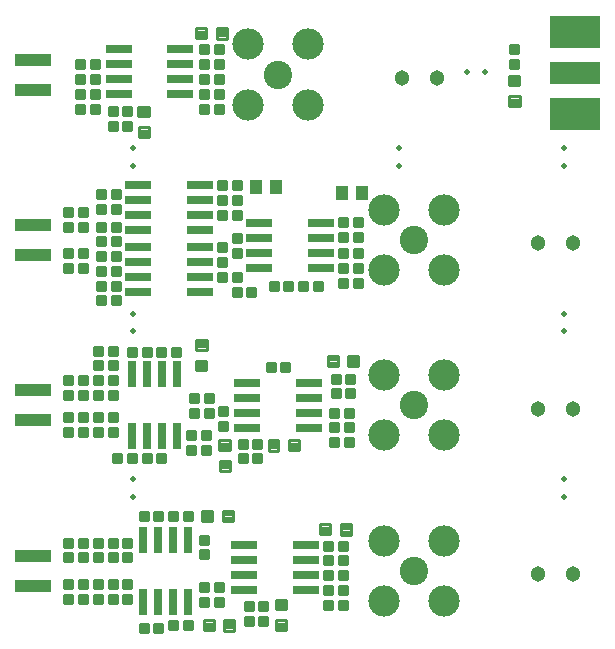
<source format=gts>
G75*
%MOIN*%
%OFA0B0*%
%FSLAX25Y25*%
%IPPOS*%
%LPD*%
%AMOC8*
5,1,8,0,0,1.08239X$1,22.5*
%
%ADD10C,0.01975*%
%ADD11C,0.00887*%
%ADD12R,0.09100X0.02800*%
%ADD13C,0.05124*%
%ADD14R,0.12211X0.04337*%
%ADD15C,0.09455*%
%ADD16C,0.10439*%
%ADD17C,0.01084*%
%ADD18R,0.02800X0.09100*%
%ADD19R,0.04337X0.04731*%
%ADD20R,0.16900X0.07400*%
%ADD21R,0.16900X0.10900*%
D10*
X0042839Y0052431D03*
X0042839Y0058337D03*
X0042839Y0107549D03*
X0042839Y0113455D03*
X0042839Y0162667D03*
X0042839Y0168573D03*
X0131421Y0168573D03*
X0131421Y0162667D03*
X0154059Y0194163D03*
X0159965Y0194163D03*
X0186539Y0168573D03*
X0186539Y0162667D03*
X0186539Y0113455D03*
X0186539Y0107549D03*
X0186539Y0058337D03*
X0186539Y0052431D03*
D11*
X0022517Y0019806D02*
X0022517Y0017142D01*
X0019853Y0017142D01*
X0019853Y0019806D01*
X0022517Y0019806D01*
X0022517Y0018028D02*
X0019853Y0018028D01*
X0019853Y0018914D02*
X0022517Y0018914D01*
X0022517Y0019800D02*
X0019853Y0019800D01*
X0019853Y0022064D02*
X0019853Y0024728D01*
X0022517Y0024728D01*
X0022517Y0022064D01*
X0019853Y0022064D01*
X0019853Y0022950D02*
X0022517Y0022950D01*
X0022517Y0023836D02*
X0019853Y0023836D01*
X0019853Y0024722D02*
X0022517Y0024722D01*
X0024774Y0024728D02*
X0024774Y0022064D01*
X0024774Y0024728D02*
X0027438Y0024728D01*
X0027438Y0022064D01*
X0024774Y0022064D01*
X0024774Y0022950D02*
X0027438Y0022950D01*
X0027438Y0023836D02*
X0024774Y0023836D01*
X0024774Y0024722D02*
X0027438Y0024722D01*
X0029696Y0024728D02*
X0029696Y0022064D01*
X0029696Y0024728D02*
X0032360Y0024728D01*
X0032360Y0022064D01*
X0029696Y0022064D01*
X0029696Y0022950D02*
X0032360Y0022950D01*
X0032360Y0023836D02*
X0029696Y0023836D01*
X0029696Y0024722D02*
X0032360Y0024722D01*
X0034617Y0024728D02*
X0034617Y0022064D01*
X0034617Y0024728D02*
X0037281Y0024728D01*
X0037281Y0022064D01*
X0034617Y0022064D01*
X0034617Y0022950D02*
X0037281Y0022950D01*
X0037281Y0023836D02*
X0034617Y0023836D01*
X0034617Y0024722D02*
X0037281Y0024722D01*
X0039538Y0024728D02*
X0039538Y0022064D01*
X0039538Y0024728D02*
X0042202Y0024728D01*
X0042202Y0022064D01*
X0039538Y0022064D01*
X0039538Y0022950D02*
X0042202Y0022950D01*
X0042202Y0023836D02*
X0039538Y0023836D01*
X0039538Y0024722D02*
X0042202Y0024722D01*
X0042202Y0019806D02*
X0042202Y0017142D01*
X0039538Y0017142D01*
X0039538Y0019806D01*
X0042202Y0019806D01*
X0042202Y0018028D02*
X0039538Y0018028D01*
X0039538Y0018914D02*
X0042202Y0018914D01*
X0042202Y0019800D02*
X0039538Y0019800D01*
X0037281Y0019806D02*
X0037281Y0017142D01*
X0034617Y0017142D01*
X0034617Y0019806D01*
X0037281Y0019806D01*
X0037281Y0018028D02*
X0034617Y0018028D01*
X0034617Y0018914D02*
X0037281Y0018914D01*
X0037281Y0019800D02*
X0034617Y0019800D01*
X0032360Y0019806D02*
X0032360Y0017142D01*
X0029696Y0017142D01*
X0029696Y0019806D01*
X0032360Y0019806D01*
X0032360Y0018028D02*
X0029696Y0018028D01*
X0029696Y0018914D02*
X0032360Y0018914D01*
X0032360Y0019800D02*
X0029696Y0019800D01*
X0027438Y0019806D02*
X0027438Y0017142D01*
X0024774Y0017142D01*
X0024774Y0019806D01*
X0027438Y0019806D01*
X0027438Y0018028D02*
X0024774Y0018028D01*
X0024774Y0018914D02*
X0027438Y0018914D01*
X0027438Y0019800D02*
X0024774Y0019800D01*
X0027438Y0030922D02*
X0027438Y0033586D01*
X0027438Y0030922D02*
X0024774Y0030922D01*
X0024774Y0033586D01*
X0027438Y0033586D01*
X0027438Y0031808D02*
X0024774Y0031808D01*
X0024774Y0032694D02*
X0027438Y0032694D01*
X0027438Y0033580D02*
X0024774Y0033580D01*
X0022517Y0033586D02*
X0022517Y0030922D01*
X0019853Y0030922D01*
X0019853Y0033586D01*
X0022517Y0033586D01*
X0022517Y0031808D02*
X0019853Y0031808D01*
X0019853Y0032694D02*
X0022517Y0032694D01*
X0022517Y0033580D02*
X0019853Y0033580D01*
X0019853Y0035843D02*
X0019853Y0038507D01*
X0022517Y0038507D01*
X0022517Y0035843D01*
X0019853Y0035843D01*
X0019853Y0036729D02*
X0022517Y0036729D01*
X0022517Y0037615D02*
X0019853Y0037615D01*
X0019853Y0038501D02*
X0022517Y0038501D01*
X0024774Y0038507D02*
X0024774Y0035843D01*
X0024774Y0038507D02*
X0027438Y0038507D01*
X0027438Y0035843D01*
X0024774Y0035843D01*
X0024774Y0036729D02*
X0027438Y0036729D01*
X0027438Y0037615D02*
X0024774Y0037615D01*
X0024774Y0038501D02*
X0027438Y0038501D01*
X0029696Y0038507D02*
X0029696Y0035843D01*
X0029696Y0038507D02*
X0032360Y0038507D01*
X0032360Y0035843D01*
X0029696Y0035843D01*
X0029696Y0036729D02*
X0032360Y0036729D01*
X0032360Y0037615D02*
X0029696Y0037615D01*
X0029696Y0038501D02*
X0032360Y0038501D01*
X0034617Y0038507D02*
X0034617Y0035843D01*
X0034617Y0038507D02*
X0037281Y0038507D01*
X0037281Y0035843D01*
X0034617Y0035843D01*
X0034617Y0036729D02*
X0037281Y0036729D01*
X0037281Y0037615D02*
X0034617Y0037615D01*
X0034617Y0038501D02*
X0037281Y0038501D01*
X0039538Y0038507D02*
X0039538Y0035843D01*
X0039538Y0038507D02*
X0042202Y0038507D01*
X0042202Y0035843D01*
X0039538Y0035843D01*
X0039538Y0036729D02*
X0042202Y0036729D01*
X0042202Y0037615D02*
X0039538Y0037615D01*
X0039538Y0038501D02*
X0042202Y0038501D01*
X0042202Y0033586D02*
X0042202Y0030922D01*
X0039538Y0030922D01*
X0039538Y0033586D01*
X0042202Y0033586D01*
X0042202Y0031808D02*
X0039538Y0031808D01*
X0039538Y0032694D02*
X0042202Y0032694D01*
X0042202Y0033580D02*
X0039538Y0033580D01*
X0037281Y0033586D02*
X0037281Y0030922D01*
X0034617Y0030922D01*
X0034617Y0033586D01*
X0037281Y0033586D01*
X0037281Y0031808D02*
X0034617Y0031808D01*
X0034617Y0032694D02*
X0037281Y0032694D01*
X0037281Y0033580D02*
X0034617Y0033580D01*
X0032360Y0033586D02*
X0032360Y0030922D01*
X0029696Y0030922D01*
X0029696Y0033586D01*
X0032360Y0033586D01*
X0032360Y0031808D02*
X0029696Y0031808D01*
X0029696Y0032694D02*
X0032360Y0032694D01*
X0032360Y0033580D02*
X0029696Y0033580D01*
X0044951Y0044701D02*
X0047615Y0044701D01*
X0044951Y0044701D02*
X0044951Y0047365D01*
X0047615Y0047365D01*
X0047615Y0044701D01*
X0047615Y0045587D02*
X0044951Y0045587D01*
X0044951Y0046473D02*
X0047615Y0046473D01*
X0047615Y0047359D02*
X0044951Y0047359D01*
X0049873Y0047365D02*
X0052537Y0047365D01*
X0052537Y0044701D01*
X0049873Y0044701D01*
X0049873Y0047365D01*
X0049873Y0045587D02*
X0052537Y0045587D01*
X0052537Y0046473D02*
X0049873Y0046473D01*
X0049873Y0047359D02*
X0052537Y0047359D01*
X0054794Y0044701D02*
X0057458Y0044701D01*
X0054794Y0044701D02*
X0054794Y0047365D01*
X0057458Y0047365D01*
X0057458Y0044701D01*
X0057458Y0045587D02*
X0054794Y0045587D01*
X0054794Y0046473D02*
X0057458Y0046473D01*
X0057458Y0047359D02*
X0054794Y0047359D01*
X0059715Y0047365D02*
X0062379Y0047365D01*
X0062379Y0044701D01*
X0059715Y0044701D01*
X0059715Y0047365D01*
X0059715Y0045587D02*
X0062379Y0045587D01*
X0062379Y0046473D02*
X0059715Y0046473D01*
X0059715Y0047359D02*
X0062379Y0047359D01*
X0065129Y0039491D02*
X0065129Y0036827D01*
X0065129Y0039491D02*
X0067793Y0039491D01*
X0067793Y0036827D01*
X0065129Y0036827D01*
X0065129Y0037713D02*
X0067793Y0037713D01*
X0067793Y0038599D02*
X0065129Y0038599D01*
X0065129Y0039485D02*
X0067793Y0039485D01*
X0067793Y0034570D02*
X0067793Y0031906D01*
X0065129Y0031906D01*
X0065129Y0034570D01*
X0067793Y0034570D01*
X0067793Y0032792D02*
X0065129Y0032792D01*
X0065129Y0033678D02*
X0067793Y0033678D01*
X0067793Y0034564D02*
X0065129Y0034564D01*
X0065129Y0023743D02*
X0065129Y0021079D01*
X0065129Y0023743D02*
X0067793Y0023743D01*
X0067793Y0021079D01*
X0065129Y0021079D01*
X0065129Y0021965D02*
X0067793Y0021965D01*
X0067793Y0022851D02*
X0065129Y0022851D01*
X0065129Y0023737D02*
X0067793Y0023737D01*
X0070050Y0023743D02*
X0070050Y0021079D01*
X0070050Y0023743D02*
X0072714Y0023743D01*
X0072714Y0021079D01*
X0070050Y0021079D01*
X0070050Y0021965D02*
X0072714Y0021965D01*
X0072714Y0022851D02*
X0070050Y0022851D01*
X0070050Y0023737D02*
X0072714Y0023737D01*
X0072714Y0018822D02*
X0072714Y0016158D01*
X0070050Y0016158D01*
X0070050Y0018822D01*
X0072714Y0018822D01*
X0072714Y0017044D02*
X0070050Y0017044D01*
X0070050Y0017930D02*
X0072714Y0017930D01*
X0072714Y0018816D02*
X0070050Y0018816D01*
X0067793Y0018822D02*
X0067793Y0016158D01*
X0065129Y0016158D01*
X0065129Y0018822D01*
X0067793Y0018822D01*
X0067793Y0017044D02*
X0065129Y0017044D01*
X0065129Y0017930D02*
X0067793Y0017930D01*
X0067793Y0018816D02*
X0065129Y0018816D01*
X0062379Y0010948D02*
X0059715Y0010948D01*
X0062379Y0010948D02*
X0062379Y0008284D01*
X0059715Y0008284D01*
X0059715Y0010948D01*
X0059715Y0009170D02*
X0062379Y0009170D01*
X0062379Y0010056D02*
X0059715Y0010056D01*
X0059715Y0010942D02*
X0062379Y0010942D01*
X0057458Y0008284D02*
X0054794Y0008284D01*
X0054794Y0010948D01*
X0057458Y0010948D01*
X0057458Y0008284D01*
X0057458Y0009170D02*
X0054794Y0009170D01*
X0054794Y0010056D02*
X0057458Y0010056D01*
X0057458Y0010942D02*
X0054794Y0010942D01*
X0052537Y0009964D02*
X0049873Y0009964D01*
X0052537Y0009964D02*
X0052537Y0007300D01*
X0049873Y0007300D01*
X0049873Y0009964D01*
X0049873Y0008186D02*
X0052537Y0008186D01*
X0052537Y0009072D02*
X0049873Y0009072D01*
X0049873Y0009958D02*
X0052537Y0009958D01*
X0047615Y0007300D02*
X0044951Y0007300D01*
X0044951Y0009964D01*
X0047615Y0009964D01*
X0047615Y0007300D01*
X0047615Y0008186D02*
X0044951Y0008186D01*
X0044951Y0009072D02*
X0047615Y0009072D01*
X0047615Y0009958D02*
X0044951Y0009958D01*
X0082556Y0009761D02*
X0082556Y0012425D01*
X0082556Y0009761D02*
X0079892Y0009761D01*
X0079892Y0012425D01*
X0082556Y0012425D01*
X0082556Y0010647D02*
X0079892Y0010647D01*
X0079892Y0011533D02*
X0082556Y0011533D01*
X0082556Y0012419D02*
X0079892Y0012419D01*
X0079892Y0014682D02*
X0079892Y0017346D01*
X0082556Y0017346D01*
X0082556Y0014682D01*
X0079892Y0014682D01*
X0079892Y0015568D02*
X0082556Y0015568D01*
X0082556Y0016454D02*
X0079892Y0016454D01*
X0079892Y0017340D02*
X0082556Y0017340D01*
X0084814Y0017346D02*
X0084814Y0014682D01*
X0084814Y0017346D02*
X0087478Y0017346D01*
X0087478Y0014682D01*
X0084814Y0014682D01*
X0084814Y0015568D02*
X0087478Y0015568D01*
X0087478Y0016454D02*
X0084814Y0016454D01*
X0084814Y0017340D02*
X0087478Y0017340D01*
X0087478Y0012425D02*
X0087478Y0009761D01*
X0084814Y0009761D01*
X0084814Y0012425D01*
X0087478Y0012425D01*
X0087478Y0010647D02*
X0084814Y0010647D01*
X0084814Y0011533D02*
X0087478Y0011533D01*
X0087478Y0012419D02*
X0084814Y0012419D01*
X0106467Y0015174D02*
X0109131Y0015174D01*
X0106467Y0015174D02*
X0106467Y0017838D01*
X0109131Y0017838D01*
X0109131Y0015174D01*
X0109131Y0016060D02*
X0106467Y0016060D01*
X0106467Y0016946D02*
X0109131Y0016946D01*
X0109131Y0017832D02*
X0106467Y0017832D01*
X0109131Y0020095D02*
X0109131Y0022759D01*
X0109131Y0020095D02*
X0106467Y0020095D01*
X0106467Y0022759D01*
X0109131Y0022759D01*
X0109131Y0020981D02*
X0106467Y0020981D01*
X0106467Y0021867D02*
X0109131Y0021867D01*
X0109131Y0022753D02*
X0106467Y0022753D01*
X0106467Y0025016D02*
X0106467Y0027680D01*
X0109131Y0027680D01*
X0109131Y0025016D01*
X0106467Y0025016D01*
X0106467Y0025902D02*
X0109131Y0025902D01*
X0109131Y0026788D02*
X0106467Y0026788D01*
X0106467Y0027674D02*
X0109131Y0027674D01*
X0111388Y0027680D02*
X0111388Y0025016D01*
X0111388Y0027680D02*
X0114052Y0027680D01*
X0114052Y0025016D01*
X0111388Y0025016D01*
X0111388Y0025902D02*
X0114052Y0025902D01*
X0114052Y0026788D02*
X0111388Y0026788D01*
X0111388Y0027674D02*
X0114052Y0027674D01*
X0114052Y0032602D02*
X0111388Y0032602D01*
X0114052Y0032602D02*
X0114052Y0029938D01*
X0111388Y0029938D01*
X0111388Y0032602D01*
X0111388Y0030824D02*
X0114052Y0030824D01*
X0114052Y0031710D02*
X0111388Y0031710D01*
X0111388Y0032596D02*
X0114052Y0032596D01*
X0114052Y0037523D02*
X0111388Y0037523D01*
X0114052Y0037523D02*
X0114052Y0034859D01*
X0111388Y0034859D01*
X0111388Y0037523D01*
X0111388Y0035745D02*
X0114052Y0035745D01*
X0114052Y0036631D02*
X0111388Y0036631D01*
X0111388Y0037517D02*
X0114052Y0037517D01*
X0109131Y0034859D02*
X0106467Y0034859D01*
X0106467Y0037523D01*
X0109131Y0037523D01*
X0109131Y0034859D01*
X0109131Y0035745D02*
X0106467Y0035745D01*
X0106467Y0036631D02*
X0109131Y0036631D01*
X0109131Y0037517D02*
X0106467Y0037517D01*
X0106467Y0029938D02*
X0109131Y0029938D01*
X0106467Y0029938D02*
X0106467Y0032602D01*
X0109131Y0032602D01*
X0109131Y0029938D01*
X0109131Y0030824D02*
X0106467Y0030824D01*
X0106467Y0031710D02*
X0109131Y0031710D01*
X0109131Y0032596D02*
X0106467Y0032596D01*
X0114052Y0022759D02*
X0114052Y0020095D01*
X0111388Y0020095D01*
X0111388Y0022759D01*
X0114052Y0022759D01*
X0114052Y0020981D02*
X0111388Y0020981D01*
X0111388Y0021867D02*
X0114052Y0021867D01*
X0114052Y0022753D02*
X0111388Y0022753D01*
X0111388Y0017838D02*
X0114052Y0017838D01*
X0114052Y0015174D01*
X0111388Y0015174D01*
X0111388Y0017838D01*
X0111388Y0016060D02*
X0114052Y0016060D01*
X0114052Y0016946D02*
X0111388Y0016946D01*
X0111388Y0017832D02*
X0114052Y0017832D01*
X0085509Y0063894D02*
X0085509Y0066558D01*
X0085509Y0063894D02*
X0082845Y0063894D01*
X0082845Y0066558D01*
X0085509Y0066558D01*
X0085509Y0064780D02*
X0082845Y0064780D01*
X0082845Y0065666D02*
X0085509Y0065666D01*
X0085509Y0066552D02*
X0082845Y0066552D01*
X0080588Y0066558D02*
X0080588Y0063894D01*
X0077924Y0063894D01*
X0077924Y0066558D01*
X0080588Y0066558D01*
X0080588Y0064780D02*
X0077924Y0064780D01*
X0077924Y0065666D02*
X0080588Y0065666D01*
X0080588Y0066552D02*
X0077924Y0066552D01*
X0077924Y0068816D02*
X0077924Y0071480D01*
X0080588Y0071480D01*
X0080588Y0068816D01*
X0077924Y0068816D01*
X0077924Y0069702D02*
X0080588Y0069702D01*
X0080588Y0070588D02*
X0077924Y0070588D01*
X0077924Y0071474D02*
X0080588Y0071474D01*
X0082845Y0071480D02*
X0082845Y0068816D01*
X0082845Y0071480D02*
X0085509Y0071480D01*
X0085509Y0068816D01*
X0082845Y0068816D01*
X0082845Y0069702D02*
X0085509Y0069702D01*
X0085509Y0070588D02*
X0082845Y0070588D01*
X0082845Y0071474D02*
X0085509Y0071474D01*
X0074190Y0074721D02*
X0074190Y0077385D01*
X0074190Y0074721D02*
X0071526Y0074721D01*
X0071526Y0077385D01*
X0074190Y0077385D01*
X0074190Y0075607D02*
X0071526Y0075607D01*
X0071526Y0076493D02*
X0074190Y0076493D01*
X0074190Y0077379D02*
X0071526Y0077379D01*
X0071526Y0079642D02*
X0071526Y0082306D01*
X0074190Y0082306D01*
X0074190Y0079642D01*
X0071526Y0079642D01*
X0071526Y0080528D02*
X0074190Y0080528D01*
X0074190Y0081414D02*
X0071526Y0081414D01*
X0071526Y0082300D02*
X0074190Y0082300D01*
X0069269Y0081814D02*
X0066605Y0081814D01*
X0069269Y0081814D02*
X0069269Y0079150D01*
X0066605Y0079150D01*
X0066605Y0081814D01*
X0066605Y0080036D02*
X0069269Y0080036D01*
X0069269Y0080922D02*
X0066605Y0080922D01*
X0066605Y0081808D02*
X0069269Y0081808D01*
X0069269Y0086736D02*
X0066605Y0086736D01*
X0069269Y0086736D02*
X0069269Y0084072D01*
X0066605Y0084072D01*
X0066605Y0086736D01*
X0066605Y0084958D02*
X0069269Y0084958D01*
X0069269Y0085844D02*
X0066605Y0085844D01*
X0066605Y0086730D02*
X0069269Y0086730D01*
X0064348Y0084072D02*
X0061684Y0084072D01*
X0061684Y0086736D01*
X0064348Y0086736D01*
X0064348Y0084072D01*
X0064348Y0084958D02*
X0061684Y0084958D01*
X0061684Y0085844D02*
X0064348Y0085844D01*
X0064348Y0086730D02*
X0061684Y0086730D01*
X0061684Y0079150D02*
X0064348Y0079150D01*
X0061684Y0079150D02*
X0061684Y0081814D01*
X0064348Y0081814D01*
X0064348Y0079150D01*
X0064348Y0080036D02*
X0061684Y0080036D01*
X0061684Y0080922D02*
X0064348Y0080922D01*
X0064348Y0081808D02*
X0061684Y0081808D01*
X0060699Y0071768D02*
X0063363Y0071768D01*
X0060699Y0071768D02*
X0060699Y0074432D01*
X0063363Y0074432D01*
X0063363Y0071768D01*
X0063363Y0072654D02*
X0060699Y0072654D01*
X0060699Y0073540D02*
X0063363Y0073540D01*
X0063363Y0074426D02*
X0060699Y0074426D01*
X0060699Y0066847D02*
X0063363Y0066847D01*
X0060699Y0066847D02*
X0060699Y0069511D01*
X0063363Y0069511D01*
X0063363Y0066847D01*
X0063363Y0067733D02*
X0060699Y0067733D01*
X0060699Y0068619D02*
X0063363Y0068619D01*
X0063363Y0069505D02*
X0060699Y0069505D01*
X0065621Y0069511D02*
X0068285Y0069511D01*
X0068285Y0066847D01*
X0065621Y0066847D01*
X0065621Y0069511D01*
X0065621Y0067733D02*
X0068285Y0067733D01*
X0068285Y0068619D02*
X0065621Y0068619D01*
X0065621Y0069505D02*
X0068285Y0069505D01*
X0068285Y0074432D02*
X0065621Y0074432D01*
X0068285Y0074432D02*
X0068285Y0071768D01*
X0065621Y0071768D01*
X0065621Y0074432D01*
X0065621Y0072654D02*
X0068285Y0072654D01*
X0068285Y0073540D02*
X0065621Y0073540D01*
X0065621Y0074426D02*
X0068285Y0074426D01*
X0053521Y0066558D02*
X0050857Y0066558D01*
X0053521Y0066558D02*
X0053521Y0063894D01*
X0050857Y0063894D01*
X0050857Y0066558D01*
X0050857Y0064780D02*
X0053521Y0064780D01*
X0053521Y0065666D02*
X0050857Y0065666D01*
X0050857Y0066552D02*
X0053521Y0066552D01*
X0048600Y0063894D02*
X0045936Y0063894D01*
X0045936Y0066558D01*
X0048600Y0066558D01*
X0048600Y0063894D01*
X0048600Y0064780D02*
X0045936Y0064780D01*
X0045936Y0065666D02*
X0048600Y0065666D01*
X0048600Y0066552D02*
X0045936Y0066552D01*
X0043678Y0066558D02*
X0041014Y0066558D01*
X0043678Y0066558D02*
X0043678Y0063894D01*
X0041014Y0063894D01*
X0041014Y0066558D01*
X0041014Y0064780D02*
X0043678Y0064780D01*
X0043678Y0065666D02*
X0041014Y0065666D01*
X0041014Y0066552D02*
X0043678Y0066552D01*
X0038757Y0063894D02*
X0036093Y0063894D01*
X0036093Y0066558D01*
X0038757Y0066558D01*
X0038757Y0063894D01*
X0038757Y0064780D02*
X0036093Y0064780D01*
X0036093Y0065666D02*
X0038757Y0065666D01*
X0038757Y0066552D02*
X0036093Y0066552D01*
X0037281Y0072753D02*
X0037281Y0075417D01*
X0037281Y0072753D02*
X0034617Y0072753D01*
X0034617Y0075417D01*
X0037281Y0075417D01*
X0037281Y0073639D02*
X0034617Y0073639D01*
X0034617Y0074525D02*
X0037281Y0074525D01*
X0037281Y0075411D02*
X0034617Y0075411D01*
X0032360Y0075417D02*
X0032360Y0072753D01*
X0029696Y0072753D01*
X0029696Y0075417D01*
X0032360Y0075417D01*
X0032360Y0073639D02*
X0029696Y0073639D01*
X0029696Y0074525D02*
X0032360Y0074525D01*
X0032360Y0075411D02*
X0029696Y0075411D01*
X0027438Y0075417D02*
X0027438Y0072753D01*
X0024774Y0072753D01*
X0024774Y0075417D01*
X0027438Y0075417D01*
X0027438Y0073639D02*
X0024774Y0073639D01*
X0024774Y0074525D02*
X0027438Y0074525D01*
X0027438Y0075411D02*
X0024774Y0075411D01*
X0022517Y0075417D02*
X0022517Y0072753D01*
X0019853Y0072753D01*
X0019853Y0075417D01*
X0022517Y0075417D01*
X0022517Y0073639D02*
X0019853Y0073639D01*
X0019853Y0074525D02*
X0022517Y0074525D01*
X0022517Y0075411D02*
X0019853Y0075411D01*
X0019853Y0077674D02*
X0019853Y0080338D01*
X0022517Y0080338D01*
X0022517Y0077674D01*
X0019853Y0077674D01*
X0019853Y0078560D02*
X0022517Y0078560D01*
X0022517Y0079446D02*
X0019853Y0079446D01*
X0019853Y0080332D02*
X0022517Y0080332D01*
X0024774Y0080338D02*
X0024774Y0077674D01*
X0024774Y0080338D02*
X0027438Y0080338D01*
X0027438Y0077674D01*
X0024774Y0077674D01*
X0024774Y0078560D02*
X0027438Y0078560D01*
X0027438Y0079446D02*
X0024774Y0079446D01*
X0024774Y0080332D02*
X0027438Y0080332D01*
X0029696Y0080338D02*
X0029696Y0077674D01*
X0029696Y0080338D02*
X0032360Y0080338D01*
X0032360Y0077674D01*
X0029696Y0077674D01*
X0029696Y0078560D02*
X0032360Y0078560D01*
X0032360Y0079446D02*
X0029696Y0079446D01*
X0029696Y0080332D02*
X0032360Y0080332D01*
X0034617Y0080338D02*
X0034617Y0077674D01*
X0034617Y0080338D02*
X0037281Y0080338D01*
X0037281Y0077674D01*
X0034617Y0077674D01*
X0034617Y0078560D02*
X0037281Y0078560D01*
X0037281Y0079446D02*
X0034617Y0079446D01*
X0034617Y0080332D02*
X0037281Y0080332D01*
X0037281Y0085056D02*
X0037281Y0087720D01*
X0037281Y0085056D02*
X0034617Y0085056D01*
X0034617Y0087720D01*
X0037281Y0087720D01*
X0037281Y0085942D02*
X0034617Y0085942D01*
X0034617Y0086828D02*
X0037281Y0086828D01*
X0037281Y0087714D02*
X0034617Y0087714D01*
X0032360Y0087720D02*
X0032360Y0085056D01*
X0029696Y0085056D01*
X0029696Y0087720D01*
X0032360Y0087720D01*
X0032360Y0085942D02*
X0029696Y0085942D01*
X0029696Y0086828D02*
X0032360Y0086828D01*
X0032360Y0087714D02*
X0029696Y0087714D01*
X0027438Y0087720D02*
X0027438Y0085056D01*
X0024774Y0085056D01*
X0024774Y0087720D01*
X0027438Y0087720D01*
X0027438Y0085942D02*
X0024774Y0085942D01*
X0024774Y0086828D02*
X0027438Y0086828D01*
X0027438Y0087714D02*
X0024774Y0087714D01*
X0022517Y0087720D02*
X0022517Y0085056D01*
X0019853Y0085056D01*
X0019853Y0087720D01*
X0022517Y0087720D01*
X0022517Y0085942D02*
X0019853Y0085942D01*
X0019853Y0086828D02*
X0022517Y0086828D01*
X0022517Y0087714D02*
X0019853Y0087714D01*
X0019853Y0089977D02*
X0019853Y0092641D01*
X0022517Y0092641D01*
X0022517Y0089977D01*
X0019853Y0089977D01*
X0019853Y0090863D02*
X0022517Y0090863D01*
X0022517Y0091749D02*
X0019853Y0091749D01*
X0019853Y0092635D02*
X0022517Y0092635D01*
X0024774Y0092641D02*
X0024774Y0089977D01*
X0024774Y0092641D02*
X0027438Y0092641D01*
X0027438Y0089977D01*
X0024774Y0089977D01*
X0024774Y0090863D02*
X0027438Y0090863D01*
X0027438Y0091749D02*
X0024774Y0091749D01*
X0024774Y0092635D02*
X0027438Y0092635D01*
X0029696Y0092641D02*
X0029696Y0089977D01*
X0029696Y0092641D02*
X0032360Y0092641D01*
X0032360Y0089977D01*
X0029696Y0089977D01*
X0029696Y0090863D02*
X0032360Y0090863D01*
X0032360Y0091749D02*
X0029696Y0091749D01*
X0029696Y0092635D02*
X0032360Y0092635D01*
X0034617Y0092641D02*
X0034617Y0089977D01*
X0034617Y0092641D02*
X0037281Y0092641D01*
X0037281Y0089977D01*
X0034617Y0089977D01*
X0034617Y0090863D02*
X0037281Y0090863D01*
X0037281Y0091749D02*
X0034617Y0091749D01*
X0034617Y0092635D02*
X0037281Y0092635D01*
X0037281Y0097562D02*
X0034617Y0097562D01*
X0037281Y0097562D02*
X0037281Y0094898D01*
X0034617Y0094898D01*
X0034617Y0097562D01*
X0034617Y0095784D02*
X0037281Y0095784D01*
X0037281Y0096670D02*
X0034617Y0096670D01*
X0034617Y0097556D02*
X0037281Y0097556D01*
X0037281Y0102484D02*
X0034617Y0102484D01*
X0037281Y0102484D02*
X0037281Y0099820D01*
X0034617Y0099820D01*
X0034617Y0102484D01*
X0034617Y0100706D02*
X0037281Y0100706D01*
X0037281Y0101592D02*
X0034617Y0101592D01*
X0034617Y0102478D02*
X0037281Y0102478D01*
X0041014Y0099327D02*
X0043678Y0099327D01*
X0041014Y0099327D02*
X0041014Y0101991D01*
X0043678Y0101991D01*
X0043678Y0099327D01*
X0043678Y0100213D02*
X0041014Y0100213D01*
X0041014Y0101099D02*
X0043678Y0101099D01*
X0043678Y0101985D02*
X0041014Y0101985D01*
X0045936Y0101991D02*
X0048600Y0101991D01*
X0048600Y0099327D01*
X0045936Y0099327D01*
X0045936Y0101991D01*
X0045936Y0100213D02*
X0048600Y0100213D01*
X0048600Y0101099D02*
X0045936Y0101099D01*
X0045936Y0101985D02*
X0048600Y0101985D01*
X0050857Y0099327D02*
X0053521Y0099327D01*
X0050857Y0099327D02*
X0050857Y0101991D01*
X0053521Y0101991D01*
X0053521Y0099327D01*
X0053521Y0100213D02*
X0050857Y0100213D01*
X0050857Y0101099D02*
X0053521Y0101099D01*
X0053521Y0101985D02*
X0050857Y0101985D01*
X0055778Y0101991D02*
X0058442Y0101991D01*
X0058442Y0099327D01*
X0055778Y0099327D01*
X0055778Y0101991D01*
X0055778Y0100213D02*
X0058442Y0100213D01*
X0058442Y0101099D02*
X0055778Y0101099D01*
X0055778Y0101985D02*
X0058442Y0101985D01*
X0075955Y0119505D02*
X0078619Y0119505D01*
X0075955Y0119505D02*
X0075955Y0122169D01*
X0078619Y0122169D01*
X0078619Y0119505D01*
X0078619Y0120391D02*
X0075955Y0120391D01*
X0075955Y0121277D02*
X0078619Y0121277D01*
X0078619Y0122163D02*
X0075955Y0122163D01*
X0075955Y0127090D02*
X0078619Y0127090D01*
X0078619Y0124426D01*
X0075955Y0124426D01*
X0075955Y0127090D01*
X0075955Y0125312D02*
X0078619Y0125312D01*
X0078619Y0126198D02*
X0075955Y0126198D01*
X0075955Y0127084D02*
X0078619Y0127084D01*
X0080877Y0122169D02*
X0083541Y0122169D01*
X0083541Y0119505D01*
X0080877Y0119505D01*
X0080877Y0122169D01*
X0080877Y0120391D02*
X0083541Y0120391D01*
X0083541Y0121277D02*
X0080877Y0121277D01*
X0080877Y0122163D02*
X0083541Y0122163D01*
X0088259Y0121473D02*
X0090923Y0121473D01*
X0088259Y0121473D02*
X0088259Y0124137D01*
X0090923Y0124137D01*
X0090923Y0121473D01*
X0090923Y0122359D02*
X0088259Y0122359D01*
X0088259Y0123245D02*
X0090923Y0123245D01*
X0090923Y0124131D02*
X0088259Y0124131D01*
X0093180Y0124137D02*
X0095844Y0124137D01*
X0095844Y0121473D01*
X0093180Y0121473D01*
X0093180Y0124137D01*
X0093180Y0122359D02*
X0095844Y0122359D01*
X0095844Y0123245D02*
X0093180Y0123245D01*
X0093180Y0124131D02*
X0095844Y0124131D01*
X0098101Y0121473D02*
X0100765Y0121473D01*
X0098101Y0121473D02*
X0098101Y0124137D01*
X0100765Y0124137D01*
X0100765Y0121473D01*
X0100765Y0122359D02*
X0098101Y0122359D01*
X0098101Y0123245D02*
X0100765Y0123245D01*
X0100765Y0124131D02*
X0098101Y0124131D01*
X0103022Y0124137D02*
X0105686Y0124137D01*
X0105686Y0121473D01*
X0103022Y0121473D01*
X0103022Y0124137D01*
X0103022Y0122359D02*
X0105686Y0122359D01*
X0105686Y0123245D02*
X0103022Y0123245D01*
X0103022Y0124131D02*
X0105686Y0124131D01*
X0111388Y0122457D02*
X0114052Y0122457D01*
X0111388Y0122457D02*
X0111388Y0125121D01*
X0114052Y0125121D01*
X0114052Y0122457D01*
X0114052Y0123343D02*
X0111388Y0123343D01*
X0111388Y0124229D02*
X0114052Y0124229D01*
X0114052Y0125115D02*
X0111388Y0125115D01*
X0114052Y0127379D02*
X0114052Y0130043D01*
X0114052Y0127379D02*
X0111388Y0127379D01*
X0111388Y0130043D01*
X0114052Y0130043D01*
X0114052Y0128265D02*
X0111388Y0128265D01*
X0111388Y0129151D02*
X0114052Y0129151D01*
X0114052Y0130037D02*
X0111388Y0130037D01*
X0111388Y0132300D02*
X0111388Y0134964D01*
X0114052Y0134964D01*
X0114052Y0132300D01*
X0111388Y0132300D01*
X0111388Y0133186D02*
X0114052Y0133186D01*
X0114052Y0134072D02*
X0111388Y0134072D01*
X0111388Y0134958D02*
X0114052Y0134958D01*
X0116310Y0134964D02*
X0116310Y0132300D01*
X0116310Y0134964D02*
X0118974Y0134964D01*
X0118974Y0132300D01*
X0116310Y0132300D01*
X0116310Y0133186D02*
X0118974Y0133186D01*
X0118974Y0134072D02*
X0116310Y0134072D01*
X0116310Y0134958D02*
X0118974Y0134958D01*
X0118974Y0140377D02*
X0116310Y0140377D01*
X0118974Y0140377D02*
X0118974Y0137713D01*
X0116310Y0137713D01*
X0116310Y0140377D01*
X0116310Y0138599D02*
X0118974Y0138599D01*
X0118974Y0139485D02*
X0116310Y0139485D01*
X0116310Y0140371D02*
X0118974Y0140371D01*
X0118974Y0145299D02*
X0116310Y0145299D01*
X0118974Y0145299D02*
X0118974Y0142635D01*
X0116310Y0142635D01*
X0116310Y0145299D01*
X0116310Y0143521D02*
X0118974Y0143521D01*
X0118974Y0144407D02*
X0116310Y0144407D01*
X0116310Y0145293D02*
X0118974Y0145293D01*
X0114052Y0142635D02*
X0111388Y0142635D01*
X0111388Y0145299D01*
X0114052Y0145299D01*
X0114052Y0142635D01*
X0114052Y0143521D02*
X0111388Y0143521D01*
X0111388Y0144407D02*
X0114052Y0144407D01*
X0114052Y0145293D02*
X0111388Y0145293D01*
X0111388Y0137713D02*
X0114052Y0137713D01*
X0111388Y0137713D02*
X0111388Y0140377D01*
X0114052Y0140377D01*
X0114052Y0137713D01*
X0114052Y0138599D02*
X0111388Y0138599D01*
X0111388Y0139485D02*
X0114052Y0139485D01*
X0114052Y0140371D02*
X0111388Y0140371D01*
X0118974Y0130043D02*
X0118974Y0127379D01*
X0116310Y0127379D01*
X0116310Y0130043D01*
X0118974Y0130043D01*
X0118974Y0128265D02*
X0116310Y0128265D01*
X0116310Y0129151D02*
X0118974Y0129151D01*
X0118974Y0130037D02*
X0116310Y0130037D01*
X0116310Y0125121D02*
X0118974Y0125121D01*
X0118974Y0122457D01*
X0116310Y0122457D01*
X0116310Y0125121D01*
X0116310Y0123343D02*
X0118974Y0123343D01*
X0118974Y0124229D02*
X0116310Y0124229D01*
X0116310Y0125115D02*
X0118974Y0125115D01*
X0094860Y0097070D02*
X0092196Y0097070D01*
X0094860Y0097070D02*
X0094860Y0094406D01*
X0092196Y0094406D01*
X0092196Y0097070D01*
X0092196Y0095292D02*
X0094860Y0095292D01*
X0094860Y0096178D02*
X0092196Y0096178D01*
X0092196Y0097064D02*
X0094860Y0097064D01*
X0089938Y0094406D02*
X0087274Y0094406D01*
X0087274Y0097070D01*
X0089938Y0097070D01*
X0089938Y0094406D01*
X0089938Y0095292D02*
X0087274Y0095292D01*
X0087274Y0096178D02*
X0089938Y0096178D01*
X0089938Y0097064D02*
X0087274Y0097064D01*
X0108928Y0090469D02*
X0111592Y0090469D01*
X0108928Y0090469D02*
X0108928Y0093133D01*
X0111592Y0093133D01*
X0111592Y0090469D01*
X0111592Y0091355D02*
X0108928Y0091355D01*
X0108928Y0092241D02*
X0111592Y0092241D01*
X0111592Y0093127D02*
X0108928Y0093127D01*
X0108928Y0085548D02*
X0111592Y0085548D01*
X0108928Y0085548D02*
X0108928Y0088212D01*
X0111592Y0088212D01*
X0111592Y0085548D01*
X0111592Y0086434D02*
X0108928Y0086434D01*
X0108928Y0087320D02*
X0111592Y0087320D01*
X0111592Y0088206D02*
X0108928Y0088206D01*
X0113849Y0088212D02*
X0116513Y0088212D01*
X0116513Y0085548D01*
X0113849Y0085548D01*
X0113849Y0088212D01*
X0113849Y0086434D02*
X0116513Y0086434D01*
X0116513Y0087320D02*
X0113849Y0087320D01*
X0113849Y0088206D02*
X0116513Y0088206D01*
X0116513Y0093133D02*
X0113849Y0093133D01*
X0116513Y0093133D02*
X0116513Y0090469D01*
X0113849Y0090469D01*
X0113849Y0093133D01*
X0113849Y0091355D02*
X0116513Y0091355D01*
X0116513Y0092241D02*
X0113849Y0092241D01*
X0113849Y0093127D02*
X0116513Y0093127D01*
X0113357Y0081814D02*
X0113357Y0079150D01*
X0113357Y0081814D02*
X0116021Y0081814D01*
X0116021Y0079150D01*
X0113357Y0079150D01*
X0113357Y0080036D02*
X0116021Y0080036D01*
X0116021Y0080922D02*
X0113357Y0080922D01*
X0113357Y0081808D02*
X0116021Y0081808D01*
X0108436Y0081814D02*
X0108436Y0079150D01*
X0108436Y0081814D02*
X0111100Y0081814D01*
X0111100Y0079150D01*
X0108436Y0079150D01*
X0108436Y0080036D02*
X0111100Y0080036D01*
X0111100Y0080922D02*
X0108436Y0080922D01*
X0108436Y0081808D02*
X0111100Y0081808D01*
X0111100Y0076893D02*
X0111100Y0074229D01*
X0108436Y0074229D01*
X0108436Y0076893D01*
X0111100Y0076893D01*
X0111100Y0075115D02*
X0108436Y0075115D01*
X0108436Y0076001D02*
X0111100Y0076001D01*
X0111100Y0076887D02*
X0108436Y0076887D01*
X0108436Y0069308D02*
X0111100Y0069308D01*
X0108436Y0069308D02*
X0108436Y0071972D01*
X0111100Y0071972D01*
X0111100Y0069308D01*
X0111100Y0070194D02*
X0108436Y0070194D01*
X0108436Y0071080D02*
X0111100Y0071080D01*
X0111100Y0071966D02*
X0108436Y0071966D01*
X0113357Y0071972D02*
X0116021Y0071972D01*
X0116021Y0069308D01*
X0113357Y0069308D01*
X0113357Y0071972D01*
X0113357Y0070194D02*
X0116021Y0070194D01*
X0116021Y0071080D02*
X0113357Y0071080D01*
X0113357Y0071966D02*
X0116021Y0071966D01*
X0116021Y0074229D02*
X0116021Y0076893D01*
X0116021Y0074229D02*
X0113357Y0074229D01*
X0113357Y0076893D01*
X0116021Y0076893D01*
X0116021Y0075115D02*
X0113357Y0075115D01*
X0113357Y0076001D02*
X0116021Y0076001D01*
X0116021Y0076887D02*
X0113357Y0076887D01*
X0073698Y0124426D02*
X0071034Y0124426D01*
X0071034Y0127090D01*
X0073698Y0127090D01*
X0073698Y0124426D01*
X0073698Y0125312D02*
X0071034Y0125312D01*
X0071034Y0126198D02*
X0073698Y0126198D01*
X0073698Y0127084D02*
X0071034Y0127084D01*
X0073698Y0129347D02*
X0073698Y0132011D01*
X0073698Y0129347D02*
X0071034Y0129347D01*
X0071034Y0132011D01*
X0073698Y0132011D01*
X0073698Y0130233D02*
X0071034Y0130233D01*
X0071034Y0131119D02*
X0073698Y0131119D01*
X0073698Y0132005D02*
X0071034Y0132005D01*
X0071034Y0134268D02*
X0071034Y0136932D01*
X0073698Y0136932D01*
X0073698Y0134268D01*
X0071034Y0134268D01*
X0071034Y0135154D02*
X0073698Y0135154D01*
X0073698Y0136040D02*
X0071034Y0136040D01*
X0071034Y0136926D02*
X0073698Y0136926D01*
X0075955Y0137221D02*
X0075955Y0139885D01*
X0078619Y0139885D01*
X0078619Y0137221D01*
X0075955Y0137221D01*
X0075955Y0138107D02*
X0078619Y0138107D01*
X0078619Y0138993D02*
X0075955Y0138993D01*
X0075955Y0139879D02*
X0078619Y0139879D01*
X0078619Y0134964D02*
X0078619Y0132300D01*
X0075955Y0132300D01*
X0075955Y0134964D01*
X0078619Y0134964D01*
X0078619Y0133186D02*
X0075955Y0133186D01*
X0075955Y0134072D02*
X0078619Y0134072D01*
X0078619Y0134958D02*
X0075955Y0134958D01*
X0075955Y0147759D02*
X0078619Y0147759D01*
X0078619Y0145095D01*
X0075955Y0145095D01*
X0075955Y0147759D01*
X0075955Y0145981D02*
X0078619Y0145981D01*
X0078619Y0146867D02*
X0075955Y0146867D01*
X0075955Y0147753D02*
X0078619Y0147753D01*
X0078619Y0150016D02*
X0078619Y0152680D01*
X0078619Y0150016D02*
X0075955Y0150016D01*
X0075955Y0152680D01*
X0078619Y0152680D01*
X0078619Y0150902D02*
X0075955Y0150902D01*
X0075955Y0151788D02*
X0078619Y0151788D01*
X0078619Y0152674D02*
X0075955Y0152674D01*
X0073698Y0152680D02*
X0073698Y0150016D01*
X0071034Y0150016D01*
X0071034Y0152680D01*
X0073698Y0152680D01*
X0073698Y0150902D02*
X0071034Y0150902D01*
X0071034Y0151788D02*
X0073698Y0151788D01*
X0073698Y0152674D02*
X0071034Y0152674D01*
X0071034Y0154938D02*
X0071034Y0157602D01*
X0073698Y0157602D01*
X0073698Y0154938D01*
X0071034Y0154938D01*
X0071034Y0155824D02*
X0073698Y0155824D01*
X0073698Y0156710D02*
X0071034Y0156710D01*
X0071034Y0157596D02*
X0073698Y0157596D01*
X0075955Y0157602D02*
X0075955Y0154938D01*
X0075955Y0157602D02*
X0078619Y0157602D01*
X0078619Y0154938D01*
X0075955Y0154938D01*
X0075955Y0155824D02*
X0078619Y0155824D01*
X0078619Y0156710D02*
X0075955Y0156710D01*
X0075955Y0157596D02*
X0078619Y0157596D01*
X0073698Y0145095D02*
X0071034Y0145095D01*
X0071034Y0147759D01*
X0073698Y0147759D01*
X0073698Y0145095D01*
X0073698Y0145981D02*
X0071034Y0145981D01*
X0071034Y0146867D02*
X0073698Y0146867D01*
X0073698Y0147753D02*
X0071034Y0147753D01*
X0042202Y0174623D02*
X0042202Y0177287D01*
X0042202Y0174623D02*
X0039538Y0174623D01*
X0039538Y0177287D01*
X0042202Y0177287D01*
X0042202Y0175509D02*
X0039538Y0175509D01*
X0039538Y0176395D02*
X0042202Y0176395D01*
X0042202Y0177281D02*
X0039538Y0177281D01*
X0037281Y0177287D02*
X0037281Y0174623D01*
X0034617Y0174623D01*
X0034617Y0177287D01*
X0037281Y0177287D01*
X0037281Y0175509D02*
X0034617Y0175509D01*
X0034617Y0176395D02*
X0037281Y0176395D01*
X0037281Y0177281D02*
X0034617Y0177281D01*
X0034617Y0179544D02*
X0034617Y0182208D01*
X0037281Y0182208D01*
X0037281Y0179544D01*
X0034617Y0179544D01*
X0034617Y0180430D02*
X0037281Y0180430D01*
X0037281Y0181316D02*
X0034617Y0181316D01*
X0034617Y0182202D02*
X0037281Y0182202D01*
X0039538Y0182208D02*
X0039538Y0179544D01*
X0039538Y0182208D02*
X0042202Y0182208D01*
X0042202Y0179544D01*
X0039538Y0179544D01*
X0039538Y0180430D02*
X0042202Y0180430D01*
X0042202Y0181316D02*
X0039538Y0181316D01*
X0039538Y0182202D02*
X0042202Y0182202D01*
X0031375Y0183192D02*
X0031375Y0180528D01*
X0028711Y0180528D01*
X0028711Y0183192D01*
X0031375Y0183192D01*
X0031375Y0181414D02*
X0028711Y0181414D01*
X0028711Y0182300D02*
X0031375Y0182300D01*
X0031375Y0183186D02*
X0028711Y0183186D01*
X0026454Y0183192D02*
X0026454Y0180528D01*
X0023790Y0180528D01*
X0023790Y0183192D01*
X0026454Y0183192D01*
X0026454Y0181414D02*
X0023790Y0181414D01*
X0023790Y0182300D02*
X0026454Y0182300D01*
X0026454Y0183186D02*
X0023790Y0183186D01*
X0023790Y0185449D02*
X0023790Y0188113D01*
X0026454Y0188113D01*
X0026454Y0185449D01*
X0023790Y0185449D01*
X0023790Y0186335D02*
X0026454Y0186335D01*
X0026454Y0187221D02*
X0023790Y0187221D01*
X0023790Y0188107D02*
X0026454Y0188107D01*
X0028711Y0188113D02*
X0028711Y0185449D01*
X0028711Y0188113D02*
X0031375Y0188113D01*
X0031375Y0185449D01*
X0028711Y0185449D01*
X0028711Y0186335D02*
X0031375Y0186335D01*
X0031375Y0187221D02*
X0028711Y0187221D01*
X0028711Y0188107D02*
X0031375Y0188107D01*
X0031375Y0190371D02*
X0031375Y0193035D01*
X0031375Y0190371D02*
X0028711Y0190371D01*
X0028711Y0193035D01*
X0031375Y0193035D01*
X0031375Y0191257D02*
X0028711Y0191257D01*
X0028711Y0192143D02*
X0031375Y0192143D01*
X0031375Y0193029D02*
X0028711Y0193029D01*
X0028711Y0195292D02*
X0028711Y0197956D01*
X0031375Y0197956D01*
X0031375Y0195292D01*
X0028711Y0195292D01*
X0028711Y0196178D02*
X0031375Y0196178D01*
X0031375Y0197064D02*
X0028711Y0197064D01*
X0028711Y0197950D02*
X0031375Y0197950D01*
X0023790Y0197956D02*
X0023790Y0195292D01*
X0023790Y0197956D02*
X0026454Y0197956D01*
X0026454Y0195292D01*
X0023790Y0195292D01*
X0023790Y0196178D02*
X0026454Y0196178D01*
X0026454Y0197064D02*
X0023790Y0197064D01*
X0023790Y0197950D02*
X0026454Y0197950D01*
X0026454Y0193035D02*
X0026454Y0190371D01*
X0023790Y0190371D01*
X0023790Y0193035D01*
X0026454Y0193035D01*
X0026454Y0191257D02*
X0023790Y0191257D01*
X0023790Y0192143D02*
X0026454Y0192143D01*
X0026454Y0193029D02*
X0023790Y0193029D01*
X0030680Y0154649D02*
X0030680Y0151985D01*
X0030680Y0154649D02*
X0033344Y0154649D01*
X0033344Y0151985D01*
X0030680Y0151985D01*
X0030680Y0152871D02*
X0033344Y0152871D01*
X0033344Y0153757D02*
X0030680Y0153757D01*
X0030680Y0154643D02*
X0033344Y0154643D01*
X0035601Y0154649D02*
X0035601Y0151985D01*
X0035601Y0154649D02*
X0038265Y0154649D01*
X0038265Y0151985D01*
X0035601Y0151985D01*
X0035601Y0152871D02*
X0038265Y0152871D01*
X0038265Y0153757D02*
X0035601Y0153757D01*
X0035601Y0154643D02*
X0038265Y0154643D01*
X0038265Y0149728D02*
X0038265Y0147064D01*
X0035601Y0147064D01*
X0035601Y0149728D01*
X0038265Y0149728D01*
X0038265Y0147950D02*
X0035601Y0147950D01*
X0035601Y0148836D02*
X0038265Y0148836D01*
X0038265Y0149722D02*
X0035601Y0149722D01*
X0033344Y0149728D02*
X0033344Y0147064D01*
X0030680Y0147064D01*
X0030680Y0149728D01*
X0033344Y0149728D01*
X0033344Y0147950D02*
X0030680Y0147950D01*
X0030680Y0148836D02*
X0033344Y0148836D01*
X0033344Y0149722D02*
X0030680Y0149722D01*
X0024774Y0148743D02*
X0024774Y0146079D01*
X0024774Y0148743D02*
X0027438Y0148743D01*
X0027438Y0146079D01*
X0024774Y0146079D01*
X0024774Y0146965D02*
X0027438Y0146965D01*
X0027438Y0147851D02*
X0024774Y0147851D01*
X0024774Y0148737D02*
X0027438Y0148737D01*
X0027438Y0143822D02*
X0027438Y0141158D01*
X0024774Y0141158D01*
X0024774Y0143822D01*
X0027438Y0143822D01*
X0027438Y0142044D02*
X0024774Y0142044D01*
X0024774Y0142930D02*
X0027438Y0142930D01*
X0027438Y0143816D02*
X0024774Y0143816D01*
X0022517Y0143822D02*
X0022517Y0141158D01*
X0019853Y0141158D01*
X0019853Y0143822D01*
X0022517Y0143822D01*
X0022517Y0142044D02*
X0019853Y0142044D01*
X0019853Y0142930D02*
X0022517Y0142930D01*
X0022517Y0143816D02*
X0019853Y0143816D01*
X0019853Y0146079D02*
X0019853Y0148743D01*
X0022517Y0148743D01*
X0022517Y0146079D01*
X0019853Y0146079D01*
X0019853Y0146965D02*
X0022517Y0146965D01*
X0022517Y0147851D02*
X0019853Y0147851D01*
X0019853Y0148737D02*
X0022517Y0148737D01*
X0030680Y0141158D02*
X0033344Y0141158D01*
X0030680Y0141158D02*
X0030680Y0143822D01*
X0033344Y0143822D01*
X0033344Y0141158D01*
X0033344Y0142044D02*
X0030680Y0142044D01*
X0030680Y0142930D02*
X0033344Y0142930D01*
X0033344Y0143816D02*
X0030680Y0143816D01*
X0030680Y0136237D02*
X0033344Y0136237D01*
X0030680Y0136237D02*
X0030680Y0138901D01*
X0033344Y0138901D01*
X0033344Y0136237D01*
X0033344Y0137123D02*
X0030680Y0137123D01*
X0030680Y0138009D02*
X0033344Y0138009D01*
X0033344Y0138895D02*
X0030680Y0138895D01*
X0030680Y0133980D02*
X0030680Y0131316D01*
X0030680Y0133980D02*
X0033344Y0133980D01*
X0033344Y0131316D01*
X0030680Y0131316D01*
X0030680Y0132202D02*
X0033344Y0132202D01*
X0033344Y0133088D02*
X0030680Y0133088D01*
X0030680Y0133974D02*
X0033344Y0133974D01*
X0035601Y0133980D02*
X0035601Y0131316D01*
X0035601Y0133980D02*
X0038265Y0133980D01*
X0038265Y0131316D01*
X0035601Y0131316D01*
X0035601Y0132202D02*
X0038265Y0132202D01*
X0038265Y0133088D02*
X0035601Y0133088D01*
X0035601Y0133974D02*
X0038265Y0133974D01*
X0038265Y0138901D02*
X0035601Y0138901D01*
X0038265Y0138901D02*
X0038265Y0136237D01*
X0035601Y0136237D01*
X0035601Y0138901D01*
X0035601Y0137123D02*
X0038265Y0137123D01*
X0038265Y0138009D02*
X0035601Y0138009D01*
X0035601Y0138895D02*
X0038265Y0138895D01*
X0038265Y0143822D02*
X0035601Y0143822D01*
X0038265Y0143822D02*
X0038265Y0141158D01*
X0035601Y0141158D01*
X0035601Y0143822D01*
X0035601Y0142044D02*
X0038265Y0142044D01*
X0038265Y0142930D02*
X0035601Y0142930D01*
X0035601Y0143816D02*
X0038265Y0143816D01*
X0024774Y0134964D02*
X0024774Y0132300D01*
X0024774Y0134964D02*
X0027438Y0134964D01*
X0027438Y0132300D01*
X0024774Y0132300D01*
X0024774Y0133186D02*
X0027438Y0133186D01*
X0027438Y0134072D02*
X0024774Y0134072D01*
X0024774Y0134958D02*
X0027438Y0134958D01*
X0027438Y0130043D02*
X0027438Y0127379D01*
X0024774Y0127379D01*
X0024774Y0130043D01*
X0027438Y0130043D01*
X0027438Y0128265D02*
X0024774Y0128265D01*
X0024774Y0129151D02*
X0027438Y0129151D01*
X0027438Y0130037D02*
X0024774Y0130037D01*
X0022517Y0130043D02*
X0022517Y0127379D01*
X0019853Y0127379D01*
X0019853Y0130043D01*
X0022517Y0130043D01*
X0022517Y0128265D02*
X0019853Y0128265D01*
X0019853Y0129151D02*
X0022517Y0129151D01*
X0022517Y0130037D02*
X0019853Y0130037D01*
X0019853Y0132300D02*
X0019853Y0134964D01*
X0022517Y0134964D01*
X0022517Y0132300D01*
X0019853Y0132300D01*
X0019853Y0133186D02*
X0022517Y0133186D01*
X0022517Y0134072D02*
X0019853Y0134072D01*
X0019853Y0134958D02*
X0022517Y0134958D01*
X0033344Y0129058D02*
X0033344Y0126394D01*
X0030680Y0126394D01*
X0030680Y0129058D01*
X0033344Y0129058D01*
X0033344Y0127280D02*
X0030680Y0127280D01*
X0030680Y0128166D02*
X0033344Y0128166D01*
X0033344Y0129052D02*
X0030680Y0129052D01*
X0030680Y0121473D02*
X0033344Y0121473D01*
X0030680Y0121473D02*
X0030680Y0124137D01*
X0033344Y0124137D01*
X0033344Y0121473D01*
X0033344Y0122359D02*
X0030680Y0122359D01*
X0030680Y0123245D02*
X0033344Y0123245D01*
X0033344Y0124131D02*
X0030680Y0124131D01*
X0030680Y0116552D02*
X0033344Y0116552D01*
X0030680Y0116552D02*
X0030680Y0119216D01*
X0033344Y0119216D01*
X0033344Y0116552D01*
X0033344Y0117438D02*
X0030680Y0117438D01*
X0030680Y0118324D02*
X0033344Y0118324D01*
X0033344Y0119210D02*
X0030680Y0119210D01*
X0035601Y0119216D02*
X0038265Y0119216D01*
X0038265Y0116552D01*
X0035601Y0116552D01*
X0035601Y0119216D01*
X0035601Y0117438D02*
X0038265Y0117438D01*
X0038265Y0118324D02*
X0035601Y0118324D01*
X0035601Y0119210D02*
X0038265Y0119210D01*
X0038265Y0124137D02*
X0035601Y0124137D01*
X0038265Y0124137D02*
X0038265Y0121473D01*
X0035601Y0121473D01*
X0035601Y0124137D01*
X0035601Y0122359D02*
X0038265Y0122359D01*
X0038265Y0123245D02*
X0035601Y0123245D01*
X0035601Y0124131D02*
X0038265Y0124131D01*
X0038265Y0126394D02*
X0038265Y0129058D01*
X0038265Y0126394D02*
X0035601Y0126394D01*
X0035601Y0129058D01*
X0038265Y0129058D01*
X0038265Y0127280D02*
X0035601Y0127280D01*
X0035601Y0128166D02*
X0038265Y0128166D01*
X0038265Y0129052D02*
X0035601Y0129052D01*
X0032360Y0099820D02*
X0029696Y0099820D01*
X0029696Y0102484D01*
X0032360Y0102484D01*
X0032360Y0099820D01*
X0032360Y0100706D02*
X0029696Y0100706D01*
X0029696Y0101592D02*
X0032360Y0101592D01*
X0032360Y0102478D02*
X0029696Y0102478D01*
X0029696Y0094898D02*
X0032360Y0094898D01*
X0029696Y0094898D02*
X0029696Y0097562D01*
X0032360Y0097562D01*
X0032360Y0094898D01*
X0032360Y0095784D02*
X0029696Y0095784D01*
X0029696Y0096670D02*
X0032360Y0096670D01*
X0032360Y0097556D02*
X0029696Y0097556D01*
X0065129Y0180528D02*
X0067793Y0180528D01*
X0065129Y0180528D02*
X0065129Y0183192D01*
X0067793Y0183192D01*
X0067793Y0180528D01*
X0067793Y0181414D02*
X0065129Y0181414D01*
X0065129Y0182300D02*
X0067793Y0182300D01*
X0067793Y0183186D02*
X0065129Y0183186D01*
X0067793Y0185449D02*
X0067793Y0188113D01*
X0067793Y0185449D02*
X0065129Y0185449D01*
X0065129Y0188113D01*
X0067793Y0188113D01*
X0067793Y0186335D02*
X0065129Y0186335D01*
X0065129Y0187221D02*
X0067793Y0187221D01*
X0067793Y0188107D02*
X0065129Y0188107D01*
X0065129Y0190371D02*
X0065129Y0193035D01*
X0067793Y0193035D01*
X0067793Y0190371D01*
X0065129Y0190371D01*
X0065129Y0191257D02*
X0067793Y0191257D01*
X0067793Y0192143D02*
X0065129Y0192143D01*
X0065129Y0193029D02*
X0067793Y0193029D01*
X0067793Y0195292D02*
X0065129Y0195292D01*
X0065129Y0197956D01*
X0067793Y0197956D01*
X0067793Y0195292D01*
X0067793Y0196178D02*
X0065129Y0196178D01*
X0065129Y0197064D02*
X0067793Y0197064D01*
X0067793Y0197950D02*
X0065129Y0197950D01*
X0065129Y0200213D02*
X0067793Y0200213D01*
X0065129Y0200213D02*
X0065129Y0202877D01*
X0067793Y0202877D01*
X0067793Y0200213D01*
X0067793Y0201099D02*
X0065129Y0201099D01*
X0065129Y0201985D02*
X0067793Y0201985D01*
X0067793Y0202871D02*
X0065129Y0202871D01*
X0070050Y0202877D02*
X0072714Y0202877D01*
X0072714Y0200213D01*
X0070050Y0200213D01*
X0070050Y0202877D01*
X0070050Y0201099D02*
X0072714Y0201099D01*
X0072714Y0201985D02*
X0070050Y0201985D01*
X0070050Y0202871D02*
X0072714Y0202871D01*
X0072714Y0197956D02*
X0070050Y0197956D01*
X0072714Y0197956D02*
X0072714Y0195292D01*
X0070050Y0195292D01*
X0070050Y0197956D01*
X0070050Y0196178D02*
X0072714Y0196178D01*
X0072714Y0197064D02*
X0070050Y0197064D01*
X0070050Y0197950D02*
X0072714Y0197950D01*
X0070050Y0193035D02*
X0070050Y0190371D01*
X0070050Y0193035D02*
X0072714Y0193035D01*
X0072714Y0190371D01*
X0070050Y0190371D01*
X0070050Y0191257D02*
X0072714Y0191257D01*
X0072714Y0192143D02*
X0070050Y0192143D01*
X0070050Y0193029D02*
X0072714Y0193029D01*
X0072714Y0188113D02*
X0072714Y0185449D01*
X0070050Y0185449D01*
X0070050Y0188113D01*
X0072714Y0188113D01*
X0072714Y0186335D02*
X0070050Y0186335D01*
X0070050Y0187221D02*
X0072714Y0187221D01*
X0072714Y0188107D02*
X0070050Y0188107D01*
X0070050Y0183192D02*
X0072714Y0183192D01*
X0072714Y0180528D01*
X0070050Y0180528D01*
X0070050Y0183192D01*
X0070050Y0181414D02*
X0072714Y0181414D01*
X0072714Y0182300D02*
X0070050Y0182300D01*
X0070050Y0183186D02*
X0072714Y0183186D01*
X0171139Y0195292D02*
X0171139Y0197956D01*
X0171139Y0195292D02*
X0168475Y0195292D01*
X0168475Y0197956D01*
X0171139Y0197956D01*
X0171139Y0196178D02*
X0168475Y0196178D01*
X0168475Y0197064D02*
X0171139Y0197064D01*
X0171139Y0197950D02*
X0168475Y0197950D01*
X0168475Y0200213D02*
X0168475Y0202877D01*
X0171139Y0202877D01*
X0171139Y0200213D01*
X0168475Y0200213D01*
X0168475Y0201099D02*
X0171139Y0201099D01*
X0171139Y0201985D02*
X0168475Y0201985D01*
X0168475Y0202871D02*
X0171139Y0202871D01*
D12*
X0105304Y0143593D03*
X0105304Y0138593D03*
X0105304Y0133593D03*
X0105304Y0128593D03*
X0084704Y0128593D03*
X0084704Y0133593D03*
X0084704Y0138593D03*
X0084704Y0143593D03*
X0064950Y0141388D03*
X0064950Y0135719D03*
X0064950Y0130719D03*
X0064950Y0125719D03*
X0064950Y0120719D03*
X0044350Y0120719D03*
X0044350Y0125719D03*
X0044350Y0130719D03*
X0044350Y0135719D03*
X0044350Y0141388D03*
X0044350Y0146388D03*
X0044350Y0151388D03*
X0044350Y0156388D03*
X0064950Y0156388D03*
X0064950Y0151388D03*
X0064950Y0146388D03*
X0058552Y0186663D03*
X0058552Y0191663D03*
X0058552Y0196663D03*
X0058552Y0201663D03*
X0037952Y0201663D03*
X0037952Y0196663D03*
X0037952Y0191663D03*
X0037952Y0186663D03*
X0080767Y0090443D03*
X0080767Y0085443D03*
X0080767Y0080443D03*
X0080767Y0075443D03*
X0101367Y0075443D03*
X0101367Y0080443D03*
X0101367Y0085443D03*
X0101367Y0090443D03*
X0100383Y0036309D03*
X0100383Y0031309D03*
X0100383Y0026309D03*
X0100383Y0021309D03*
X0079783Y0021309D03*
X0079783Y0026309D03*
X0079783Y0031309D03*
X0079783Y0036309D03*
D13*
X0177681Y0026644D03*
X0189492Y0026644D03*
X0189492Y0081762D03*
X0177681Y0081762D03*
X0177681Y0136880D03*
X0189492Y0136880D03*
X0144217Y0191998D03*
X0132406Y0191998D03*
D14*
X0009374Y0188179D03*
X0009374Y0198179D03*
X0009374Y0143061D03*
X0009374Y0133061D03*
X0009374Y0087943D03*
X0009374Y0077943D03*
X0009374Y0032825D03*
X0009374Y0022825D03*
D15*
X0136343Y0027825D03*
X0136343Y0082943D03*
X0136343Y0138061D03*
X0091067Y0193179D03*
D16*
X0101106Y0203218D03*
X0081028Y0203218D03*
X0081028Y0183140D03*
X0101106Y0183140D03*
X0126304Y0148100D03*
X0146381Y0148100D03*
X0146381Y0128022D03*
X0126304Y0128022D03*
X0126304Y0092982D03*
X0146381Y0092982D03*
X0146381Y0072904D03*
X0126304Y0072904D03*
X0126304Y0037864D03*
X0146381Y0037864D03*
X0146381Y0017786D03*
X0126304Y0017786D03*
D17*
X0115331Y0039781D02*
X0112079Y0039781D01*
X0112079Y0043427D01*
X0115331Y0043427D01*
X0115331Y0039781D01*
X0115331Y0040864D02*
X0112079Y0040864D01*
X0112079Y0041947D02*
X0115331Y0041947D01*
X0115331Y0043030D02*
X0112079Y0043030D01*
X0108441Y0039978D02*
X0105189Y0039978D01*
X0105189Y0043230D01*
X0108441Y0043230D01*
X0108441Y0039978D01*
X0108441Y0041061D02*
X0105189Y0041061D01*
X0105189Y0042144D02*
X0108441Y0042144D01*
X0108441Y0043227D02*
X0105189Y0043227D01*
X0093874Y0018132D02*
X0093874Y0014880D01*
X0090228Y0014880D01*
X0090228Y0018132D01*
X0093874Y0018132D01*
X0093874Y0015963D02*
X0090228Y0015963D01*
X0090228Y0017046D02*
X0093874Y0017046D01*
X0093874Y0018129D02*
X0090228Y0018129D01*
X0093677Y0011242D02*
X0093677Y0007990D01*
X0090425Y0007990D01*
X0090425Y0011242D01*
X0093677Y0011242D01*
X0093677Y0009073D02*
X0090425Y0009073D01*
X0090425Y0010156D02*
X0093677Y0010156D01*
X0093677Y0011239D02*
X0090425Y0011239D01*
X0076453Y0007793D02*
X0073201Y0007793D01*
X0073201Y0011439D01*
X0076453Y0011439D01*
X0076453Y0007793D01*
X0076453Y0008876D02*
X0073201Y0008876D01*
X0073201Y0009959D02*
X0076453Y0009959D01*
X0076453Y0011042D02*
X0073201Y0011042D01*
X0069563Y0007990D02*
X0066311Y0007990D01*
X0066311Y0011242D01*
X0069563Y0011242D01*
X0069563Y0007990D01*
X0069563Y0009073D02*
X0066311Y0009073D01*
X0066311Y0010156D02*
X0069563Y0010156D01*
X0069563Y0011239D02*
X0066311Y0011239D01*
X0065819Y0047856D02*
X0069071Y0047856D01*
X0069071Y0044210D01*
X0065819Y0044210D01*
X0065819Y0047856D01*
X0065819Y0045293D02*
X0069071Y0045293D01*
X0069071Y0046376D02*
X0065819Y0046376D01*
X0065819Y0047459D02*
X0069071Y0047459D01*
X0072709Y0047659D02*
X0075961Y0047659D01*
X0075961Y0044407D01*
X0072709Y0044407D01*
X0072709Y0047659D01*
X0072709Y0045490D02*
X0075961Y0045490D01*
X0075961Y0046573D02*
X0072709Y0046573D01*
X0072709Y0047656D02*
X0075961Y0047656D01*
X0074976Y0061140D02*
X0074976Y0064392D01*
X0074976Y0061140D02*
X0071724Y0061140D01*
X0071724Y0064392D01*
X0074976Y0064392D01*
X0074976Y0062223D02*
X0071724Y0062223D01*
X0071724Y0063306D02*
X0074976Y0063306D01*
X0074976Y0064389D02*
X0071724Y0064389D01*
X0075173Y0068030D02*
X0075173Y0071282D01*
X0075173Y0068030D02*
X0071527Y0068030D01*
X0071527Y0071282D01*
X0075173Y0071282D01*
X0075173Y0069113D02*
X0071527Y0069113D01*
X0071527Y0070196D02*
X0075173Y0070196D01*
X0075173Y0071279D02*
X0071527Y0071279D01*
X0087965Y0071479D02*
X0091217Y0071479D01*
X0091217Y0067833D01*
X0087965Y0067833D01*
X0087965Y0071479D01*
X0087965Y0068916D02*
X0091217Y0068916D01*
X0091217Y0069999D02*
X0087965Y0069999D01*
X0087965Y0071082D02*
X0091217Y0071082D01*
X0094854Y0071282D02*
X0098106Y0071282D01*
X0098106Y0068030D01*
X0094854Y0068030D01*
X0094854Y0071282D01*
X0094854Y0069113D02*
X0098106Y0069113D01*
X0098106Y0070196D02*
X0094854Y0070196D01*
X0094854Y0071279D02*
X0098106Y0071279D01*
X0107650Y0096081D02*
X0110902Y0096081D01*
X0107650Y0096081D02*
X0107650Y0099333D01*
X0110902Y0099333D01*
X0110902Y0096081D01*
X0110902Y0097164D02*
X0107650Y0097164D01*
X0107650Y0098247D02*
X0110902Y0098247D01*
X0110902Y0099330D02*
X0107650Y0099330D01*
X0114539Y0095884D02*
X0117791Y0095884D01*
X0114539Y0095884D02*
X0114539Y0099530D01*
X0117791Y0099530D01*
X0117791Y0095884D01*
X0117791Y0096967D02*
X0114539Y0096967D01*
X0114539Y0098050D02*
X0117791Y0098050D01*
X0117791Y0099133D02*
X0114539Y0099133D01*
X0067102Y0097856D02*
X0067102Y0094604D01*
X0063850Y0094604D01*
X0063850Y0097856D01*
X0067102Y0097856D01*
X0067102Y0095687D02*
X0063850Y0095687D01*
X0063850Y0096770D02*
X0067102Y0096770D01*
X0067102Y0097853D02*
X0063850Y0097853D01*
X0067299Y0101494D02*
X0067299Y0104746D01*
X0067299Y0101494D02*
X0063653Y0101494D01*
X0063653Y0104746D01*
X0067299Y0104746D01*
X0067299Y0102577D02*
X0063653Y0102577D01*
X0063653Y0103660D02*
X0067299Y0103660D01*
X0067299Y0104743D02*
X0063653Y0104743D01*
X0047909Y0172360D02*
X0047909Y0175612D01*
X0047909Y0172360D02*
X0044657Y0172360D01*
X0044657Y0175612D01*
X0047909Y0175612D01*
X0047909Y0173443D02*
X0044657Y0173443D01*
X0044657Y0174526D02*
X0047909Y0174526D01*
X0047909Y0175609D02*
X0044657Y0175609D01*
X0048106Y0179250D02*
X0048106Y0182502D01*
X0048106Y0179250D02*
X0044460Y0179250D01*
X0044460Y0182502D01*
X0048106Y0182502D01*
X0048106Y0180333D02*
X0044460Y0180333D01*
X0044460Y0181416D02*
X0048106Y0181416D01*
X0048106Y0182499D02*
X0044460Y0182499D01*
X0063850Y0205333D02*
X0067102Y0205333D01*
X0063850Y0205333D02*
X0063850Y0208585D01*
X0067102Y0208585D01*
X0067102Y0205333D01*
X0067102Y0206416D02*
X0063850Y0206416D01*
X0063850Y0207499D02*
X0067102Y0207499D01*
X0067102Y0208582D02*
X0063850Y0208582D01*
X0070740Y0205136D02*
X0073992Y0205136D01*
X0070740Y0205136D02*
X0070740Y0208782D01*
X0073992Y0208782D01*
X0073992Y0205136D01*
X0073992Y0206219D02*
X0070740Y0206219D01*
X0070740Y0207302D02*
X0073992Y0207302D01*
X0073992Y0208385D02*
X0070740Y0208385D01*
X0168181Y0192837D02*
X0168181Y0189585D01*
X0168181Y0192837D02*
X0171433Y0192837D01*
X0171433Y0189585D01*
X0168181Y0189585D01*
X0168181Y0190668D02*
X0171433Y0190668D01*
X0171433Y0191751D02*
X0168181Y0191751D01*
X0168181Y0192834D02*
X0171433Y0192834D01*
X0167984Y0185947D02*
X0167984Y0182695D01*
X0167984Y0185947D02*
X0171630Y0185947D01*
X0171630Y0182695D01*
X0167984Y0182695D01*
X0167984Y0183778D02*
X0171630Y0183778D01*
X0171630Y0184861D02*
X0167984Y0184861D01*
X0167984Y0185944D02*
X0171630Y0185944D01*
D18*
X0057228Y0093243D03*
X0052228Y0093243D03*
X0047228Y0093243D03*
X0042228Y0093243D03*
X0042228Y0072643D03*
X0047228Y0072643D03*
X0052228Y0072643D03*
X0057228Y0072643D03*
X0056165Y0038125D03*
X0051165Y0038125D03*
X0046165Y0038125D03*
X0061165Y0038125D03*
X0061165Y0017525D03*
X0056165Y0017525D03*
X0051165Y0017525D03*
X0046165Y0017525D03*
D19*
X0112327Y0153809D03*
X0119020Y0153809D03*
X0090476Y0155778D03*
X0083783Y0155778D03*
D20*
X0190022Y0193671D03*
D21*
X0190022Y0179913D03*
X0190022Y0207430D03*
M02*

</source>
